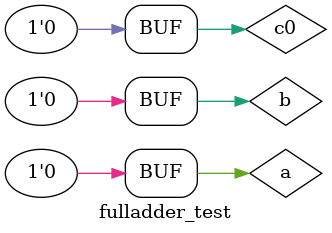
<source format=v>


 
//  
// Module Name:   fulladder_test 
 
// Description: 
//
// Verilog Test Fixture  module full_adder

// Revision :
//  
// Additional Comments:
// 
////////////////////////////////////////////////////////////////////////////////

module fulladder_test;

	// Inputs
	reg a;
	reg b;
	reg c0;

	// Outputs
	wire s;
	wire c;

	// Instantiate the Unit Under Test (UUT)
	full_adder uut (
		.a(a), 
		.b(b), 
		.c0(c0), 
		.s(s), 
		.c(c)
	);

	initial begin
		// Initialize Inputs
		a = 0;
		b = 0;
		c0 = 0;

		// Wait 100 ns for global reset to finish
		#100;
		end
        initial 
		  begin
		  
		  #10 a=1'b1;  b=1'b1; c0=1'b1;
		  #10 a=1'b1;  b=1'b1; c0=1'b0;
		  #10 a=1'b1;  b=1'b0; c0=1'b1;
		  #10 a=1'b1;  b=1'b0; c0=1'b0;
		  #10 a=1'b0;  b=1'b1; c0=1'b1;
		  #10 a=1'b0;  b=1'b1; c0=1'b0;
		  #10 a=1'b0;  b=1'b0; c0=1'b1;
		  #10 a=1'b0;  b=1'b0; c0=1'b0;
	end
      
endmodule


</source>
